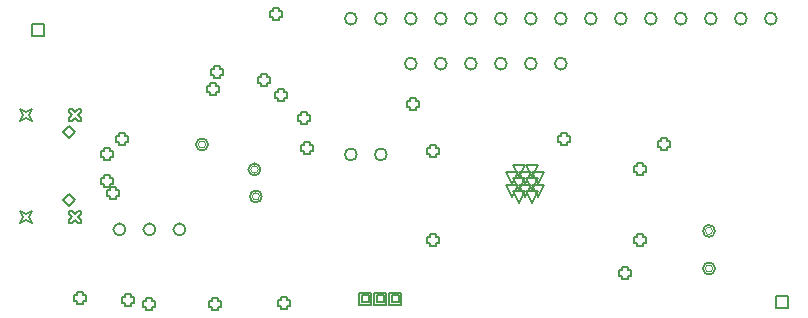
<source format=gbr>
%TF.GenerationSoftware,Altium Limited,Altium Designer,24.0.1 (36)*%
G04 Layer_Color=2752767*
%FSLAX45Y45*%
%MOMM*%
%TF.SameCoordinates,A01A54B3-6B64-4A67-9B29-D4FC54FCECB2*%
%TF.FilePolarity,Positive*%
%TF.FileFunction,Drawing*%
%TF.Part,Single*%
G01*
G75*
%TA.AperFunction,NonConductor*%
%ADD40C,0.10160*%
%ADD43C,0.12700*%
%ADD84C,0.16933*%
D40*
X6062980Y952500D02*
G03*
X6062980Y952500I-30480J0D01*
G01*
X2214880Y1473200D02*
G03*
X2214880Y1473200I-30480J0D01*
G01*
X2226280Y1244600D02*
G03*
X2226280Y1244600I-30480J0D01*
G01*
X6062980Y635000D02*
G03*
X6062980Y635000I-30480J0D01*
G01*
X1770960Y1684020D02*
G03*
X1770960Y1684020I-30480J0D01*
G01*
D43*
X3327400Y327485D02*
Y429085D01*
X3429000D01*
Y327485D01*
X3327400D01*
X3347720Y347805D02*
Y408765D01*
X3408680D01*
Y347805D01*
X3347720D01*
X3200400Y327485D02*
Y429085D01*
X3302000D01*
Y327485D01*
X3200400D01*
X3220720Y347805D02*
Y408765D01*
X3281680D01*
Y347805D01*
X3220720D01*
X3073400Y327485D02*
Y429085D01*
X3175000D01*
Y327485D01*
X3073400D01*
X3093720Y347805D02*
Y408765D01*
X3154680D01*
Y347805D01*
X3093720D01*
X4586000Y1350200D02*
X4535200Y1451800D01*
X4636800D01*
X4586000Y1350200D01*
X4476000D02*
X4425200Y1451800D01*
X4526800D01*
X4476000Y1350200D01*
X4531000Y1405200D02*
X4480200Y1506800D01*
X4581800D01*
X4531000Y1405200D01*
X4421000D02*
X4370200Y1506800D01*
X4471800D01*
X4421000Y1405200D01*
X4531000Y1295200D02*
X4480200Y1396800D01*
X4581800D01*
X4531000Y1295200D01*
X4586000Y1240200D02*
X4535200Y1341800D01*
X4636800D01*
X4586000Y1240200D01*
X4476000D02*
X4425200Y1341800D01*
X4526800D01*
X4476000Y1240200D01*
X4421000Y1295200D02*
X4370200Y1396800D01*
X4471800D01*
X4421000Y1295200D01*
X4531000Y1185200D02*
X4480200Y1286800D01*
X4581800D01*
X4531000Y1185200D01*
X4366000Y1350200D02*
X4315200Y1451800D01*
X4416800D01*
X4366000Y1350200D01*
Y1240200D02*
X4315200Y1341800D01*
X4416800D01*
X4366000Y1240200D01*
X4421000Y1185200D02*
X4370200Y1286800D01*
X4471800D01*
X4421000Y1185200D01*
X567200Y1789000D02*
X618000Y1839800D01*
X668800Y1789000D01*
X618000Y1738200D01*
X567200Y1789000D01*
Y1211000D02*
X618000Y1261800D01*
X668800Y1211000D01*
X618000Y1160200D01*
X567200Y1211000D01*
X617200Y1017200D02*
X642600D01*
X668000Y1042600D01*
X693400Y1017200D01*
X718800D01*
Y1042600D01*
X693400Y1068000D01*
X718800Y1093400D01*
Y1118800D01*
X693400D01*
X668000Y1093400D01*
X642600Y1118800D01*
X617200D01*
Y1093400D01*
X642600Y1068000D01*
X617200Y1042600D01*
Y1017200D01*
Y1881200D02*
X642600D01*
X668000Y1906600D01*
X693400Y1881200D01*
X718800D01*
Y1906600D01*
X693400Y1932000D01*
X718800Y1957400D01*
Y1982800D01*
X693400D01*
X668000Y1957400D01*
X642600Y1982800D01*
X617200D01*
Y1957400D01*
X642600Y1932000D01*
X617200Y1906600D01*
Y1881200D01*
X199200Y1017200D02*
X224600Y1068000D01*
X199200Y1118800D01*
X250000Y1093400D01*
X300800Y1118800D01*
X275400Y1068000D01*
X300800Y1017200D01*
X250000Y1042600D01*
X199200Y1017200D01*
Y1881200D02*
X224600Y1932000D01*
X199200Y1982800D01*
X250000Y1957400D01*
X300800Y1982800D01*
X275400Y1932000D01*
X300800Y1881200D01*
X250000Y1906600D01*
X199200Y1881200D01*
X299200Y2599200D02*
Y2700800D01*
X400800D01*
Y2599200D01*
X299200D01*
X6599200Y299200D02*
Y400800D01*
X6700800D01*
Y299200D01*
X6599200D01*
X5421600Y850600D02*
Y825200D01*
X5472400D01*
Y850600D01*
X5497800D01*
Y901400D01*
X5472400D01*
Y926800D01*
X5421600D01*
Y901400D01*
X5396200D01*
Y850600D01*
X5421600D01*
X1838930Y2272770D02*
Y2247370D01*
X1889730D01*
Y2272770D01*
X1915130D01*
Y2323570D01*
X1889730D01*
Y2348970D01*
X1838930D01*
Y2323570D01*
X1813530D01*
Y2272770D01*
X1838930D01*
X3499600Y1999600D02*
Y1974200D01*
X3550400D01*
Y1999600D01*
X3575800D01*
Y2050400D01*
X3550400D01*
Y2075800D01*
X3499600D01*
Y2050400D01*
X3474200D01*
Y1999600D01*
X3499600D01*
X4778000Y1708600D02*
Y1683200D01*
X4828800D01*
Y1708600D01*
X4854200D01*
Y1759400D01*
X4828800D01*
Y1784800D01*
X4778000D01*
Y1759400D01*
X4752600D01*
Y1708600D01*
X4778000D01*
X3671600Y1600600D02*
Y1575200D01*
X3722400D01*
Y1600600D01*
X3747800D01*
Y1651400D01*
X3722400D01*
Y1676800D01*
X3671600D01*
Y1651400D01*
X3646200D01*
Y1600600D01*
X3671600D01*
X914400Y1346200D02*
Y1320800D01*
X965200D01*
Y1346200D01*
X990600D01*
Y1397000D01*
X965200D01*
Y1422400D01*
X914400D01*
Y1397000D01*
X889000D01*
Y1346200D01*
X914400D01*
Y1574800D02*
Y1549400D01*
X965200D01*
Y1574800D01*
X990600D01*
Y1625600D01*
X965200D01*
Y1651000D01*
X914400D01*
Y1625600D01*
X889000D01*
Y1574800D01*
X914400D01*
X2339340Y2763520D02*
Y2738120D01*
X2390140D01*
Y2763520D01*
X2415540D01*
Y2814320D01*
X2390140D01*
Y2839720D01*
X2339340D01*
Y2814320D01*
X2313940D01*
Y2763520D01*
X2339340D01*
X2578100Y1879600D02*
Y1854200D01*
X2628900D01*
Y1879600D01*
X2654300D01*
Y1930400D01*
X2628900D01*
Y1955800D01*
X2578100D01*
Y1930400D01*
X2552700D01*
Y1879600D01*
X2578100D01*
X5628640Y1666240D02*
Y1640840D01*
X5679440D01*
Y1666240D01*
X5704840D01*
Y1717040D01*
X5679440D01*
Y1742440D01*
X5628640D01*
Y1717040D01*
X5603240D01*
Y1666240D01*
X5628640D01*
X1092200Y340360D02*
Y314960D01*
X1143000D01*
Y340360D01*
X1168400D01*
Y391160D01*
X1143000D01*
Y416560D01*
X1092200D01*
Y391160D01*
X1066800D01*
Y340360D01*
X1092200D01*
X678300Y361414D02*
Y336014D01*
X729100D01*
Y361414D01*
X754500D01*
Y412214D01*
X729100D01*
Y437614D01*
X678300D01*
Y412214D01*
X652900D01*
Y361414D01*
X678300D01*
X1262500Y311480D02*
Y286080D01*
X1313300D01*
Y311480D01*
X1338700D01*
Y362280D01*
X1313300D01*
Y387680D01*
X1262500D01*
Y362280D01*
X1237100D01*
Y311480D01*
X1262500D01*
X1811020Y2128520D02*
Y2103120D01*
X1861820D01*
Y2128520D01*
X1887220D01*
Y2179320D01*
X1861820D01*
Y2204720D01*
X1811020D01*
Y2179320D01*
X1785620D01*
Y2128520D01*
X1811020D01*
X2242820Y2207260D02*
Y2181860D01*
X2293620D01*
Y2207260D01*
X2319020D01*
Y2258060D01*
X2293620D01*
Y2283460D01*
X2242820D01*
Y2258060D01*
X2217420D01*
Y2207260D01*
X2242820D01*
X5293360Y571500D02*
Y546100D01*
X5344160D01*
Y571500D01*
X5369560D01*
Y622300D01*
X5344160D01*
Y647700D01*
X5293360D01*
Y622300D01*
X5267960D01*
Y571500D01*
X5293360D01*
X2600960Y1630680D02*
Y1605280D01*
X2651760D01*
Y1630680D01*
X2677160D01*
Y1681480D01*
X2651760D01*
Y1706880D01*
X2600960D01*
Y1681480D01*
X2575560D01*
Y1630680D01*
X2600960D01*
X3670300Y850900D02*
Y825500D01*
X3721100D01*
Y850900D01*
X3746500D01*
Y901700D01*
X3721100D01*
Y927100D01*
X3670300D01*
Y901700D01*
X3644900D01*
Y850900D01*
X3670300D01*
X5421600Y1450600D02*
Y1425200D01*
X5472400D01*
Y1450600D01*
X5497800D01*
Y1501400D01*
X5472400D01*
Y1526800D01*
X5421600D01*
Y1501400D01*
X5396200D01*
Y1450600D01*
X5421600D01*
X965200Y1244600D02*
Y1219200D01*
X1016000D01*
Y1244600D01*
X1041400D01*
Y1295400D01*
X1016000D01*
Y1320800D01*
X965200D01*
Y1295400D01*
X939800D01*
Y1244600D01*
X965200D01*
X2405500Y317480D02*
Y292080D01*
X2456300D01*
Y317480D01*
X2481700D01*
Y368280D01*
X2456300D01*
Y393680D01*
X2405500D01*
Y368280D01*
X2380100D01*
Y317480D01*
X2405500D01*
X1821300Y311480D02*
Y286080D01*
X1872100D01*
Y311480D01*
X1897500D01*
Y362280D01*
X1872100D01*
Y387680D01*
X1821300D01*
Y362280D01*
X1795900D01*
Y311480D01*
X1821300D01*
X2379980Y2077720D02*
Y2052320D01*
X2430780D01*
Y2077720D01*
X2456180D01*
Y2128520D01*
X2430780D01*
Y2153920D01*
X2379980D01*
Y2128520D01*
X2354580D01*
Y2077720D01*
X2379980D01*
X1037880Y1709420D02*
Y1684020D01*
X1088680D01*
Y1709420D01*
X1114080D01*
Y1760220D01*
X1088680D01*
Y1785620D01*
X1037880D01*
Y1760220D01*
X1012480D01*
Y1709420D01*
X1037880D01*
D84*
X4828800Y2369000D02*
G03*
X4828800Y2369000I-50800J0D01*
G01*
X4574800D02*
G03*
X4574800Y2369000I-50800J0D01*
G01*
X3558800D02*
G03*
X3558800Y2369000I-50800J0D01*
G01*
X3812800D02*
G03*
X3812800Y2369000I-50800J0D01*
G01*
X4066800D02*
G03*
X4066800Y2369000I-50800J0D01*
G01*
X4320800D02*
G03*
X4320800Y2369000I-50800J0D01*
G01*
X3050800Y1600000D02*
G03*
X3050800Y1600000I-50800J0D01*
G01*
X3304800D02*
G03*
X3304800Y1600000I-50800J0D01*
G01*
X6606800Y2750000D02*
G03*
X6606800Y2750000I-50800J0D01*
G01*
X6352800D02*
G03*
X6352800Y2750000I-50800J0D01*
G01*
X4828800D02*
G03*
X4828800Y2750000I-50800J0D01*
G01*
X4574800D02*
G03*
X4574800Y2750000I-50800J0D01*
G01*
X4320800D02*
G03*
X4320800Y2750000I-50800J0D01*
G01*
X4066800D02*
G03*
X4066800Y2750000I-50800J0D01*
G01*
X3050800D02*
G03*
X3050800Y2750000I-50800J0D01*
G01*
X3304800D02*
G03*
X3304800Y2750000I-50800J0D01*
G01*
X3558800D02*
G03*
X3558800Y2750000I-50800J0D01*
G01*
X3812800D02*
G03*
X3812800Y2750000I-50800J0D01*
G01*
X5082800D02*
G03*
X5082800Y2750000I-50800J0D01*
G01*
X5336800D02*
G03*
X5336800Y2750000I-50800J0D01*
G01*
X5590800D02*
G03*
X5590800Y2750000I-50800J0D01*
G01*
X5844800D02*
G03*
X5844800Y2750000I-50800J0D01*
G01*
X6098800D02*
G03*
X6098800Y2750000I-50800J0D01*
G01*
X1092200Y965200D02*
G03*
X1092200Y965200I-50800J0D01*
G01*
X1346200D02*
G03*
X1346200Y965200I-50800J0D01*
G01*
X1600200D02*
G03*
X1600200Y965200I-50800J0D01*
G01*
X6083300Y952500D02*
G03*
X6083300Y952500I-50800J0D01*
G01*
X2235200Y1473200D02*
G03*
X2235200Y1473200I-50800J0D01*
G01*
X2246600Y1244600D02*
G03*
X2246600Y1244600I-50800J0D01*
G01*
X6083300Y635000D02*
G03*
X6083300Y635000I-50800J0D01*
G01*
X1791280Y1684020D02*
G03*
X1791280Y1684020I-50800J0D01*
G01*
%TF.MD5,0a58fe2e3d4db7ded37cdb585b27ffa0*%
M02*

</source>
